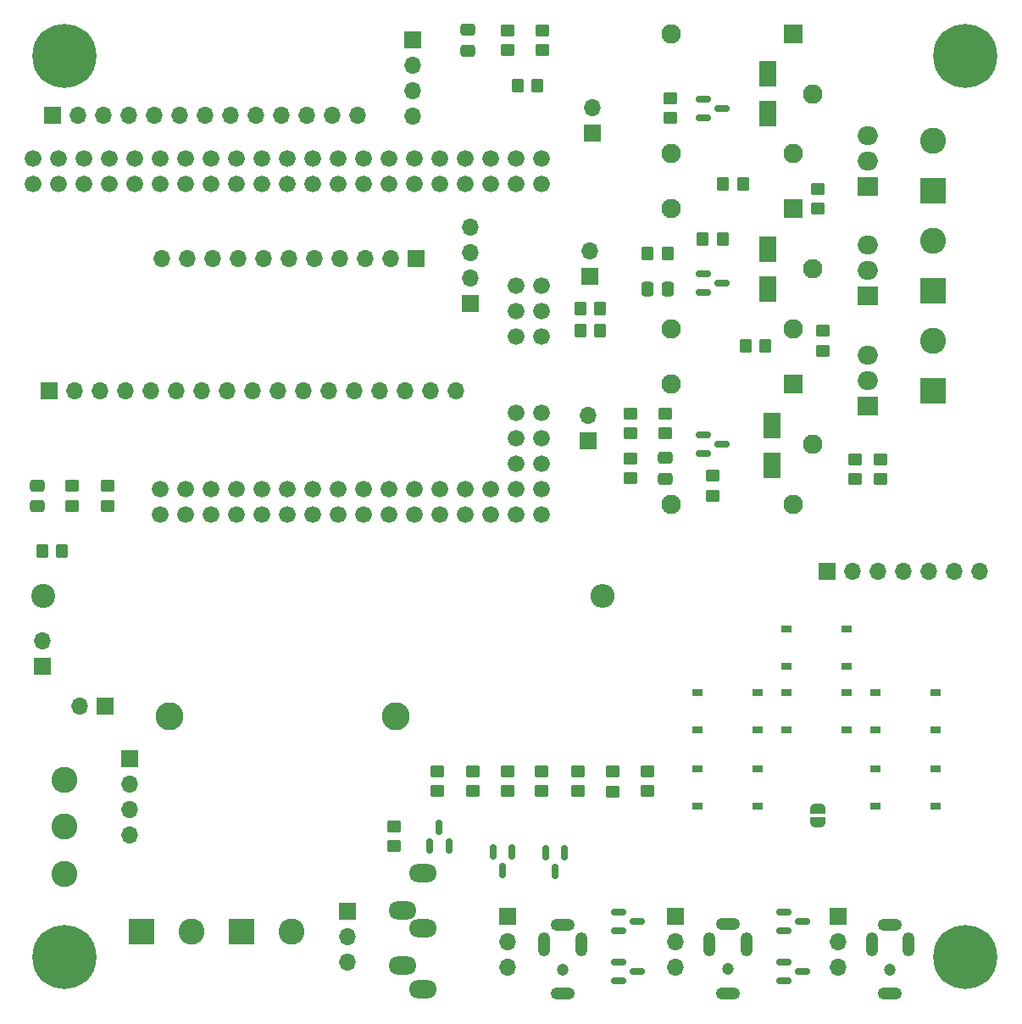
<source format=gbr>
%TF.GenerationSoftware,KiCad,Pcbnew,6.0.11-2627ca5db0~126~ubuntu22.04.1*%
%TF.CreationDate,2023-02-25T17:34:07+01:00*%
%TF.ProjectId,pyroDirector,7079726f-4469-4726-9563-746f722e6b69,rev?*%
%TF.SameCoordinates,Original*%
%TF.FileFunction,Soldermask,Top*%
%TF.FilePolarity,Negative*%
%FSLAX46Y46*%
G04 Gerber Fmt 4.6, Leading zero omitted, Abs format (unit mm)*
G04 Created by KiCad (PCBNEW 6.0.11-2627ca5db0~126~ubuntu22.04.1) date 2023-02-25 17:34:07*
%MOMM*%
%LPD*%
G01*
G04 APERTURE LIST*
G04 Aperture macros list*
%AMRoundRect*
0 Rectangle with rounded corners*
0 $1 Rounding radius*
0 $2 $3 $4 $5 $6 $7 $8 $9 X,Y pos of 4 corners*
0 Add a 4 corners polygon primitive as box body*
4,1,4,$2,$3,$4,$5,$6,$7,$8,$9,$2,$3,0*
0 Add four circle primitives for the rounded corners*
1,1,$1+$1,$2,$3*
1,1,$1+$1,$4,$5*
1,1,$1+$1,$6,$7*
1,1,$1+$1,$8,$9*
0 Add four rect primitives between the rounded corners*
20,1,$1+$1,$2,$3,$4,$5,0*
20,1,$1+$1,$4,$5,$6,$7,0*
20,1,$1+$1,$6,$7,$8,$9,0*
20,1,$1+$1,$8,$9,$2,$3,0*%
%AMFreePoly0*
4,1,22,0.500000,-0.750000,0.000000,-0.750000,0.000000,-0.745033,-0.079941,-0.743568,-0.215256,-0.701293,-0.333266,-0.622738,-0.424486,-0.514219,-0.481581,-0.384460,-0.499164,-0.250000,-0.500000,-0.250000,-0.500000,0.250000,-0.499164,0.250000,-0.499963,0.256109,-0.478152,0.396186,-0.417904,0.524511,-0.324060,0.630769,-0.204165,0.706417,-0.067858,0.745374,0.000000,0.744959,0.000000,0.750000,
0.500000,0.750000,0.500000,-0.750000,0.500000,-0.750000,$1*%
%AMFreePoly1*
4,1,20,0.000000,0.744959,0.073905,0.744508,0.209726,0.703889,0.328688,0.626782,0.421226,0.519385,0.479903,0.390333,0.500000,0.250000,0.500000,-0.250000,0.499851,-0.262216,0.476331,-0.402017,0.414519,-0.529596,0.319384,-0.634700,0.198574,-0.708877,0.061801,-0.746166,0.000000,-0.745033,0.000000,-0.750000,-0.500000,-0.750000,-0.500000,0.750000,0.000000,0.750000,0.000000,0.744959,
0.000000,0.744959,$1*%
G04 Aperture macros list end*
%ADD10C,2.400000*%
%ADD11O,2.400000X2.400000*%
%ADD12C,1.200000*%
%ADD13O,2.416000X1.208000*%
%ADD14O,1.208000X2.416000*%
%ADD15O,2.800000X1.800000*%
%ADD16R,2.600000X2.600000*%
%ADD17C,2.600000*%
%ADD18C,2.800000*%
%ADD19R,1.000000X0.750000*%
%ADD20RoundRect,0.250000X0.450000X-0.350000X0.450000X0.350000X-0.450000X0.350000X-0.450000X-0.350000X0*%
%ADD21R,1.700000X1.700000*%
%ADD22O,1.700000X1.700000*%
%ADD23RoundRect,0.250000X-0.450000X0.350000X-0.450000X-0.350000X0.450000X-0.350000X0.450000X0.350000X0*%
%ADD24RoundRect,0.250000X-0.350000X-0.450000X0.350000X-0.450000X0.350000X0.450000X-0.350000X0.450000X0*%
%ADD25RoundRect,0.150000X-0.587500X-0.150000X0.587500X-0.150000X0.587500X0.150000X-0.587500X0.150000X0*%
%ADD26RoundRect,0.150000X0.150000X-0.587500X0.150000X0.587500X-0.150000X0.587500X-0.150000X-0.587500X0*%
%ADD27R,2.000000X1.905000*%
%ADD28O,2.000000X1.905000*%
%ADD29C,0.800000*%
%ADD30C,6.400000*%
%ADD31RoundRect,0.250000X-0.337500X-0.475000X0.337500X-0.475000X0.337500X0.475000X-0.337500X0.475000X0*%
%ADD32RoundRect,0.250000X-0.475000X0.337500X-0.475000X-0.337500X0.475000X-0.337500X0.475000X0.337500X0*%
%ADD33RoundRect,0.250000X0.350000X0.450000X-0.350000X0.450000X-0.350000X-0.450000X0.350000X-0.450000X0*%
%ADD34RoundRect,0.150000X-0.150000X0.587500X-0.150000X-0.587500X0.150000X-0.587500X0.150000X0.587500X0*%
%ADD35R,1.800000X2.500000*%
%ADD36FreePoly0,270.000000*%
%ADD37FreePoly1,270.000000*%
%ADD38R,1.950000X1.950000*%
%ADD39C,1.950000*%
%ADD40C,1.676400*%
G04 APERTURE END LIST*
D10*
%TO.C,R6*%
X99585000Y-101500000D03*
D11*
X155465000Y-101500000D03*
%TD*%
D12*
%TO.C,J19*%
X184215300Y-138800000D03*
D13*
X184215300Y-141200000D03*
D14*
X186065300Y-136300000D03*
X182365300Y-136300000D03*
D13*
X184215300Y-134300000D03*
%TD*%
D12*
%TO.C,J17*%
X168004100Y-138773600D03*
D13*
X168004100Y-141173600D03*
D14*
X169854100Y-136273600D03*
X166154100Y-136273600D03*
D13*
X168004100Y-134273600D03*
%TD*%
D12*
%TO.C,J15*%
X151500000Y-138800000D03*
D13*
X151500000Y-141200000D03*
D14*
X153350000Y-136300000D03*
X149650000Y-136300000D03*
D13*
X151500000Y-134300000D03*
%TD*%
D15*
%TO.C,J2*%
X135500000Y-132900000D03*
X137500000Y-134700000D03*
X137500000Y-140800000D03*
X135500000Y-138400000D03*
X137500000Y-129200000D03*
%TD*%
D16*
%TO.C,J8*%
X119430000Y-135050000D03*
D17*
X124430000Y-135050000D03*
%TD*%
%TO.C,J9*%
X114430000Y-135050000D03*
D16*
X109430000Y-135050000D03*
%TD*%
%TO.C,J23*%
X188500000Y-81000000D03*
D17*
X188500000Y-76000000D03*
%TD*%
D16*
%TO.C,J21*%
X188500000Y-71000000D03*
D17*
X188500000Y-66000000D03*
%TD*%
D16*
%TO.C,J25*%
X188500000Y-61000000D03*
D17*
X188500000Y-56000000D03*
%TD*%
D18*
%TO.C,F1*%
X134800000Y-113500000D03*
X112200000Y-113500000D03*
%TD*%
D19*
%TO.C,S5*%
X182780000Y-111125000D03*
X188780000Y-111125000D03*
X182780000Y-114875000D03*
X188780000Y-114875000D03*
%TD*%
D20*
%TO.C,R4*%
X134662500Y-126500000D03*
X134662500Y-124500000D03*
%TD*%
D21*
%TO.C,J12*%
X100525000Y-53500000D03*
D22*
X103065000Y-53500000D03*
X105605000Y-53500000D03*
X108145000Y-53500000D03*
X110685000Y-53500000D03*
X113225000Y-53500000D03*
X115765000Y-53500000D03*
X118305000Y-53500000D03*
X120845000Y-53500000D03*
X123385000Y-53500000D03*
X125925000Y-53500000D03*
X128465000Y-53500000D03*
X131005000Y-53500000D03*
%TD*%
D21*
%TO.C,J14*%
X146000000Y-133475000D03*
D22*
X146000000Y-136015000D03*
X146000000Y-138555000D03*
%TD*%
D23*
%TO.C,R30*%
X149500000Y-45000000D03*
X149500000Y-47000000D03*
%TD*%
D24*
%TO.C,R13*%
X165500000Y-65820000D03*
X167500000Y-65820000D03*
%TD*%
D21*
%TO.C,J6*%
X99500000Y-108500000D03*
D22*
X99500000Y-105960000D03*
%TD*%
D25*
%TO.C,Q8*%
X165562500Y-69300000D03*
X165562500Y-71200000D03*
X167437500Y-70250000D03*
%TD*%
D20*
%TO.C,R8*%
X146000000Y-121000000D03*
X146000000Y-119000000D03*
%TD*%
%TO.C,R5*%
X139000000Y-121000000D03*
X139000000Y-119000000D03*
%TD*%
D26*
%TO.C,Q1*%
X138212500Y-126437500D03*
X140112500Y-126437500D03*
X139162500Y-124562500D03*
%TD*%
D23*
%TO.C,R3*%
X102500000Y-90500000D03*
X102500000Y-92500000D03*
%TD*%
D21*
%TO.C,J3*%
X100175000Y-81000000D03*
D22*
X102715000Y-81000000D03*
X105255000Y-81000000D03*
X107795000Y-81000000D03*
X110335000Y-81000000D03*
X112875000Y-81000000D03*
X115415000Y-81000000D03*
X117955000Y-81000000D03*
X120495000Y-81000000D03*
X123035000Y-81000000D03*
X125575000Y-81000000D03*
X128115000Y-81000000D03*
X130655000Y-81000000D03*
X133195000Y-81000000D03*
X135735000Y-81000000D03*
X138275000Y-81000000D03*
X140815000Y-81000000D03*
%TD*%
D21*
%TO.C,J7*%
X142250000Y-72300000D03*
D22*
X142250000Y-69760000D03*
X142250000Y-67220000D03*
X142250000Y-64680000D03*
%TD*%
D24*
%TO.C,R16*%
X153250000Y-75000000D03*
X155250000Y-75000000D03*
%TD*%
D27*
%TO.C,Q11*%
X181945000Y-82540000D03*
D28*
X181945000Y-80000000D03*
X181945000Y-77460000D03*
%TD*%
D25*
%TO.C,Q7*%
X173562500Y-138050000D03*
X173562500Y-139950000D03*
X175437500Y-139000000D03*
%TD*%
D20*
%TO.C,R28*%
X146000000Y-47000000D03*
X146000000Y-45000000D03*
%TD*%
D24*
%TO.C,R1*%
X99500000Y-97000000D03*
X101500000Y-97000000D03*
%TD*%
D29*
%TO.C,H3*%
X100052944Y-45852944D03*
X101750000Y-49950000D03*
X104150000Y-47550000D03*
D30*
X101750000Y-47550000D03*
D29*
X103447056Y-49247056D03*
X101750000Y-45150000D03*
X99350000Y-47550000D03*
X100052944Y-49247056D03*
X103447056Y-45852944D03*
%TD*%
D20*
%TO.C,R12*%
X160000000Y-121000000D03*
X160000000Y-119000000D03*
%TD*%
D31*
%TO.C,C2*%
X159962500Y-70820000D03*
X162037500Y-70820000D03*
%TD*%
D21*
%TO.C,J22*%
X154000000Y-86025000D03*
D22*
X154000000Y-83485000D03*
%TD*%
D27*
%TO.C,Q9*%
X181945000Y-71540000D03*
D28*
X181945000Y-69000000D03*
X181945000Y-66460000D03*
%TD*%
D29*
%TO.C,H4*%
X190052944Y-49247056D03*
X191750000Y-49950000D03*
X194150000Y-47550000D03*
X193447056Y-45852944D03*
X190052944Y-45852944D03*
X191750000Y-45150000D03*
D30*
X191750000Y-47550000D03*
D29*
X189350000Y-47550000D03*
X193447056Y-49247056D03*
%TD*%
D32*
%TO.C,C3*%
X161750000Y-87712500D03*
X161750000Y-89787500D03*
%TD*%
D21*
%TO.C,J10*%
X177875000Y-99000000D03*
D22*
X180415000Y-99000000D03*
X182955000Y-99000000D03*
X185495000Y-99000000D03*
X188035000Y-99000000D03*
X190575000Y-99000000D03*
X193115000Y-99000000D03*
%TD*%
D32*
%TO.C,C1*%
X99000000Y-90462500D03*
X99000000Y-92537500D03*
%TD*%
D21*
%TO.C,J16*%
X162788800Y-133475000D03*
D22*
X162788800Y-136015000D03*
X162788800Y-138555000D03*
%TD*%
D23*
%TO.C,R7*%
X142500000Y-119000000D03*
X142500000Y-121000000D03*
%TD*%
%TO.C,R20*%
X161750000Y-83250000D03*
X161750000Y-85250000D03*
%TD*%
D25*
%TO.C,Q12*%
X165562500Y-51870000D03*
X165562500Y-53770000D03*
X167437500Y-52820000D03*
%TD*%
D32*
%TO.C,C4*%
X142000000Y-44962500D03*
X142000000Y-47037500D03*
%TD*%
D24*
%TO.C,R18*%
X160000000Y-67320000D03*
X162000000Y-67320000D03*
%TD*%
D20*
%TO.C,R21*%
X180750000Y-89820000D03*
X180750000Y-87820000D03*
%TD*%
D27*
%TO.C,Q13*%
X182000000Y-60580000D03*
D28*
X182000000Y-58040000D03*
X182000000Y-55500000D03*
%TD*%
D21*
%TO.C,J13*%
X136500000Y-45950000D03*
D22*
X136500000Y-48490000D03*
X136500000Y-51030000D03*
X136500000Y-53570000D03*
%TD*%
D21*
%TO.C,J4*%
X136875000Y-67818000D03*
D22*
X134335000Y-67818000D03*
X131795000Y-67818000D03*
X129255000Y-67818000D03*
X126715000Y-67818000D03*
X124175000Y-67818000D03*
X121635000Y-67818000D03*
X119095000Y-67818000D03*
X116555000Y-67818000D03*
X114015000Y-67818000D03*
X111475000Y-67818000D03*
%TD*%
D29*
%TO.C,H1*%
X190052944Y-135852944D03*
D30*
X191750000Y-137550000D03*
D29*
X194150000Y-137550000D03*
X191750000Y-135150000D03*
X189350000Y-137550000D03*
X191750000Y-139950000D03*
X190052944Y-139247056D03*
X193447056Y-135852944D03*
X193447056Y-139247056D03*
%TD*%
D33*
%TO.C,R14*%
X155250000Y-72750000D03*
X153250000Y-72750000D03*
%TD*%
D20*
%TO.C,R22*%
X158250000Y-85250000D03*
X158250000Y-83250000D03*
%TD*%
D25*
%TO.C,Q10*%
X165562500Y-85370000D03*
X165562500Y-87270000D03*
X167437500Y-86320000D03*
%TD*%
D34*
%TO.C,Q3*%
X146450000Y-127062500D03*
X144550000Y-127062500D03*
X145500000Y-128937500D03*
%TD*%
%TO.C,Q2*%
X151700000Y-127125000D03*
X149800000Y-127125000D03*
X150750000Y-129000000D03*
%TD*%
D33*
%TO.C,R26*%
X149000000Y-50500000D03*
X147000000Y-50500000D03*
%TD*%
D35*
%TO.C,D2*%
X172388820Y-84432800D03*
X172388820Y-88432800D03*
%TD*%
D23*
%TO.C,R17*%
X177500000Y-75000000D03*
X177500000Y-77000000D03*
%TD*%
%TO.C,R24*%
X158250000Y-87750000D03*
X158250000Y-89750000D03*
%TD*%
D24*
%TO.C,R27*%
X167500000Y-60370000D03*
X169500000Y-60370000D03*
%TD*%
D25*
%TO.C,Q5*%
X157062500Y-138050000D03*
X157062500Y-139950000D03*
X158937500Y-139000000D03*
%TD*%
D19*
%TO.C,S3*%
X173890000Y-104775000D03*
X179890000Y-104775000D03*
X173890000Y-108525000D03*
X179890000Y-108525000D03*
%TD*%
D20*
%TO.C,R25*%
X162250000Y-53750000D03*
X162250000Y-51750000D03*
%TD*%
D19*
%TO.C,S1*%
X165000000Y-118745000D03*
X171000000Y-118745000D03*
X165000000Y-122495000D03*
X171000000Y-122495000D03*
%TD*%
%TO.C,S6*%
X182780000Y-118745000D03*
X188780000Y-118745000D03*
X182780000Y-122495000D03*
X188780000Y-122495000D03*
%TD*%
D29*
%TO.C,H2*%
X104150000Y-137550000D03*
X103447056Y-135852944D03*
X100052944Y-139247056D03*
X101750000Y-139950000D03*
X103447056Y-139247056D03*
D30*
X101750000Y-137550000D03*
D29*
X100052944Y-135852944D03*
X101750000Y-135150000D03*
X99350000Y-137550000D03*
%TD*%
D36*
%TO.C,JP1*%
X177000000Y-122750000D03*
D37*
X177000000Y-124050000D03*
%TD*%
D23*
%TO.C,R11*%
X156500000Y-119050000D03*
X156500000Y-121050000D03*
%TD*%
D21*
%TO.C,J1*%
X130000000Y-133000000D03*
D22*
X130000000Y-135540000D03*
X130000000Y-138080000D03*
%TD*%
D23*
%TO.C,R9*%
X149375000Y-119000000D03*
X149375000Y-121000000D03*
%TD*%
D19*
%TO.C,S2*%
X173890000Y-111125000D03*
X179890000Y-111125000D03*
X173890000Y-114875000D03*
X179890000Y-114875000D03*
%TD*%
D35*
%TO.C,D1*%
X172000000Y-66830000D03*
X172000000Y-70830000D03*
%TD*%
D19*
%TO.C,S4*%
X165000000Y-111125000D03*
X171000000Y-111125000D03*
X165000000Y-114875000D03*
X171000000Y-114875000D03*
%TD*%
D21*
%TO.C,J20*%
X154250000Y-69525000D03*
D22*
X154250000Y-66985000D03*
%TD*%
D20*
%TO.C,R10*%
X153000000Y-121000000D03*
X153000000Y-119000000D03*
%TD*%
D35*
%TO.C,D3*%
X172000000Y-49320000D03*
X172000000Y-53320000D03*
%TD*%
D23*
%TO.C,R23*%
X183250000Y-87820000D03*
X183250000Y-89820000D03*
%TD*%
D21*
%TO.C,JP2*%
X105775000Y-112500000D03*
D22*
X103235000Y-112500000D03*
%TD*%
D25*
%TO.C,Q4*%
X157062500Y-133050000D03*
X157062500Y-134950000D03*
X158937500Y-134000000D03*
%TD*%
D20*
%TO.C,R19*%
X166500000Y-91500000D03*
X166500000Y-89500000D03*
%TD*%
D25*
%TO.C,Q6*%
X173562500Y-133050000D03*
X173562500Y-134950000D03*
X175437500Y-134000000D03*
%TD*%
D20*
%TO.C,R2*%
X106000000Y-92500000D03*
X106000000Y-90500000D03*
%TD*%
D21*
%TO.C,J18*%
X179000000Y-133475000D03*
D22*
X179000000Y-136015000D03*
X179000000Y-138555000D03*
%TD*%
D24*
%TO.C,R15*%
X169750000Y-76500000D03*
X171750000Y-76500000D03*
%TD*%
D21*
%TO.C,J24*%
X154500000Y-55275000D03*
D22*
X154500000Y-52735000D03*
%TD*%
D17*
%TO.C,SW1*%
X101750000Y-119850000D03*
X101750000Y-124550000D03*
X101750000Y-129250000D03*
%TD*%
D23*
%TO.C,R29*%
X177000000Y-60820000D03*
X177000000Y-62820000D03*
%TD*%
D38*
%TO.C,K2*%
X174500000Y-80330000D03*
D39*
X174500000Y-92330000D03*
X176500000Y-86330000D03*
X162300000Y-80330000D03*
X162300000Y-92330000D03*
%TD*%
D40*
%TO.C,U1*%
X106170000Y-57770000D03*
X106170000Y-60310000D03*
X103630000Y-57770000D03*
X103630000Y-60310000D03*
X149350000Y-75550000D03*
X111250000Y-93330000D03*
X111250000Y-90790000D03*
X113790000Y-93330000D03*
X113790000Y-90790000D03*
X116330000Y-93330000D03*
X116330000Y-90790000D03*
X118870000Y-93330000D03*
X118870000Y-90790000D03*
X121410000Y-93330000D03*
X121410000Y-90790000D03*
X123950000Y-93330000D03*
X123950000Y-90790000D03*
X126490000Y-93330000D03*
X126490000Y-90790000D03*
X129030000Y-93330000D03*
X129030000Y-90790000D03*
X108710000Y-60310000D03*
X113790000Y-60310000D03*
X113790000Y-57770000D03*
X116330000Y-60310000D03*
X116330000Y-57770000D03*
X118870000Y-60310000D03*
X118870000Y-57770000D03*
X121410000Y-60310000D03*
X121410000Y-57770000D03*
X123950000Y-60310000D03*
X123950000Y-57770000D03*
X126490000Y-60310000D03*
X126490000Y-57770000D03*
X129030000Y-60310000D03*
X129030000Y-57770000D03*
X131570000Y-60310000D03*
X131570000Y-57770000D03*
X134110000Y-60310000D03*
X134110000Y-57770000D03*
X136650000Y-60310000D03*
X136650000Y-57770000D03*
X139190000Y-60310000D03*
X139190000Y-57770000D03*
X141730000Y-60310000D03*
X141730000Y-57770000D03*
X144270000Y-60310000D03*
X144270000Y-57770000D03*
X146810000Y-60310000D03*
X146810000Y-57770000D03*
X149350000Y-60310000D03*
X149350000Y-57770000D03*
X131570000Y-93330000D03*
X131570000Y-90790000D03*
X134110000Y-93330000D03*
X134110000Y-90790000D03*
X136650000Y-93330000D03*
X136650000Y-90790000D03*
X139190000Y-93330000D03*
X139190000Y-90790000D03*
X141730000Y-93330000D03*
X141730000Y-90790000D03*
X144270000Y-93330000D03*
X144270000Y-90790000D03*
X146810000Y-93330000D03*
X146810000Y-90790000D03*
X149350000Y-93330000D03*
X149350000Y-90790000D03*
X149350000Y-88250000D03*
X146810000Y-88250000D03*
X149350000Y-85710000D03*
X146810000Y-85710000D03*
X149350000Y-83170000D03*
X146810000Y-83170000D03*
X101090000Y-57770000D03*
X101090000Y-60310000D03*
X149350000Y-70470000D03*
X146810000Y-75550000D03*
X149350000Y-73010000D03*
X146810000Y-70470000D03*
X108710000Y-57770000D03*
X111250000Y-60310000D03*
X146810000Y-73010000D03*
X111250000Y-57770000D03*
X98550000Y-57770000D03*
X98550000Y-60310000D03*
%TD*%
D21*
%TO.C,J11*%
X108250000Y-117700000D03*
D22*
X108250000Y-120240000D03*
X108250000Y-122780000D03*
X108250000Y-125320000D03*
%TD*%
D38*
%TO.C,K3*%
X174500000Y-45320000D03*
D39*
X174500000Y-57320000D03*
X176500000Y-51320000D03*
X162300000Y-45320000D03*
X162300000Y-57320000D03*
%TD*%
D38*
%TO.C,K1*%
X174500000Y-62830000D03*
D39*
X174500000Y-74830000D03*
X176500000Y-68830000D03*
X162300000Y-62830000D03*
X162300000Y-74830000D03*
%TD*%
M02*

</source>
